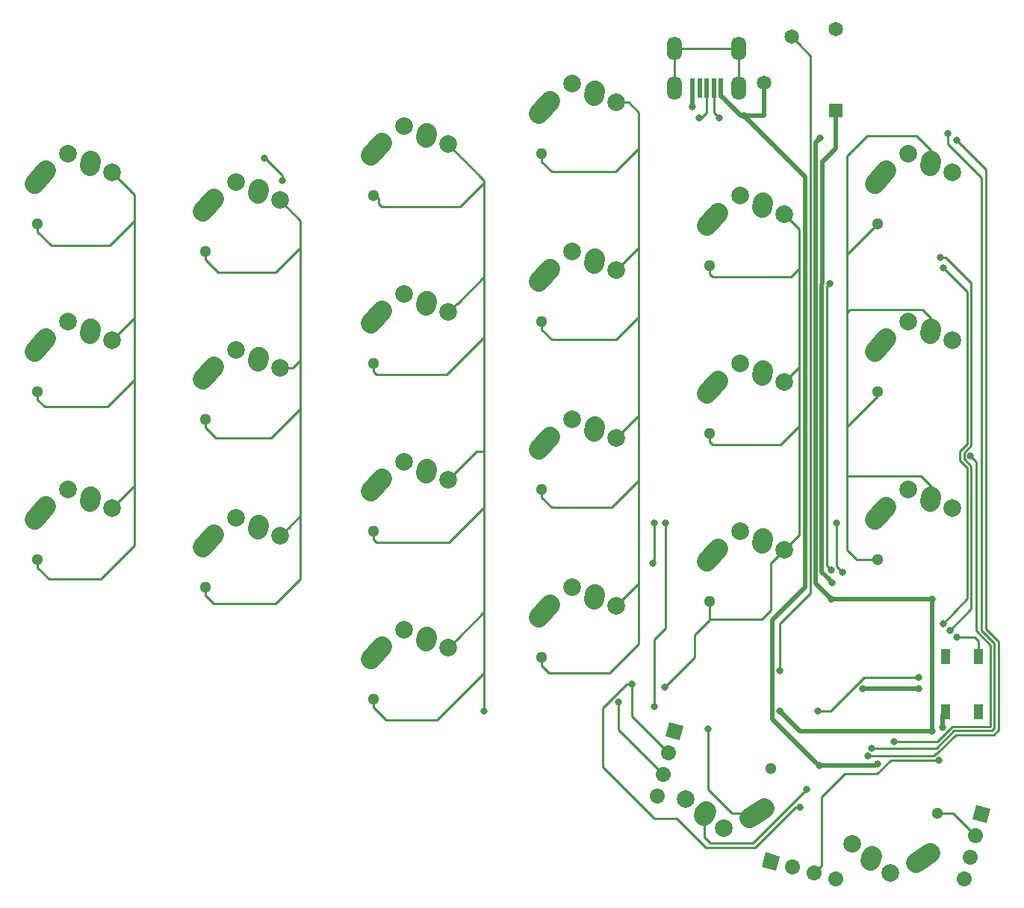
<source format=gtl>
G04 #@! TF.GenerationSoftware,KiCad,Pcbnew,(5.1.4)-1*
G04 #@! TF.CreationDate,2022-01-24T16:56:49-05:00*
G04 #@! TF.ProjectId,a44key-pcb-left-hand,6134346b-6579-42d7-9063-622d6c656674,rev?*
G04 #@! TF.SameCoordinates,Original*
G04 #@! TF.FileFunction,Copper,L1,Top*
G04 #@! TF.FilePolarity,Positive*
%FSLAX46Y46*%
G04 Gerber Fmt 4.6, Leading zero omitted, Abs format (unit mm)*
G04 Created by KiCad (PCBNEW (5.1.4)-1) date 2022-01-24 16:56:49*
%MOMM*%
%LPD*%
G04 APERTURE LIST*
%ADD10R,1.100000X1.800000*%
%ADD11C,1.300000*%
%ADD12C,2.250000*%
%ADD13C,2.250000*%
%ADD14C,2.000000*%
%ADD15C,1.700000*%
%ADD16C,0.100000*%
%ADD17C,1.700000*%
%ADD18R,0.500000X2.250000*%
%ADD19O,1.700000X2.700000*%
%ADD20C,1.650000*%
%ADD21R,1.650000X1.650000*%
%ADD22C,0.800000*%
%ADD23C,0.500000*%
%ADD24C,0.254000*%
G04 APERTURE END LIST*
D10*
X185928000Y-121718000D03*
X189628000Y-115518000D03*
X189628000Y-121718000D03*
X185928000Y-115518000D03*
D11*
X178244500Y-66357500D03*
D12*
X178523500Y-61050500D03*
D13*
X177868505Y-61780504D02*
X179178495Y-60320496D01*
D12*
X184198500Y-59475500D03*
D13*
X184178729Y-59765516D02*
X184218271Y-59185484D01*
D14*
X186673500Y-60525501D03*
X181673500Y-58425500D03*
D11*
X178244500Y-85407500D03*
D12*
X178523500Y-80100500D03*
D13*
X177868505Y-80830504D02*
X179178495Y-79370496D01*
D12*
X184198500Y-78525500D03*
D13*
X184178729Y-78815516D02*
X184218271Y-78235484D01*
D14*
X186673500Y-79575501D03*
X181673500Y-77475500D03*
D11*
X159194500Y-90170000D03*
D12*
X159473500Y-84863000D03*
D13*
X158818505Y-85593004D02*
X160128495Y-84132996D01*
D12*
X165148500Y-83288000D03*
D13*
X165128729Y-83578016D02*
X165168271Y-82997984D01*
D14*
X167623500Y-84338001D03*
X162623500Y-82238000D03*
D11*
X82994500Y-104457500D03*
D12*
X83273500Y-99150500D03*
D13*
X82618505Y-99880504D02*
X83928495Y-98420496D01*
D12*
X88948500Y-97575500D03*
D13*
X88928729Y-97865516D02*
X88968271Y-97285484D01*
D14*
X91423500Y-98625501D03*
X86423500Y-96525500D03*
D11*
X82994500Y-85407500D03*
D12*
X83273500Y-80100500D03*
D13*
X82618505Y-80830504D02*
X83928495Y-79370496D01*
D12*
X88948500Y-78525500D03*
D13*
X88928729Y-78815516D02*
X88968271Y-78235484D01*
D14*
X91423500Y-79575501D03*
X86423500Y-77475500D03*
X160778968Y-134954340D03*
X156492859Y-131631800D03*
D12*
X158611765Y-133286600D03*
D13*
X158705924Y-133011583D02*
X158517606Y-133561617D01*
D12*
X164501034Y-133234065D03*
D13*
X165322650Y-132698460D02*
X163679418Y-133769670D01*
D11*
X166144080Y-128180107D03*
D15*
X189992000Y-133350000D03*
D16*
G36*
X191033033Y-132748959D02*
G01*
X190593041Y-134391033D01*
X188950967Y-133951041D01*
X189390959Y-132308967D01*
X191033033Y-132748959D01*
X191033033Y-132748959D01*
G37*
D15*
X189334600Y-135803452D03*
D17*
X189334600Y-135803452D02*
X189334600Y-135803452D01*
D15*
X188677199Y-138256903D03*
D17*
X188677199Y-138256903D02*
X188677199Y-138256903D01*
D15*
X188019799Y-140710355D03*
D17*
X188019799Y-140710355D02*
X188019799Y-140710355D01*
D15*
X155194000Y-123952000D03*
D16*
G36*
X156235033Y-123350959D02*
G01*
X155795041Y-124993033D01*
X154152967Y-124553041D01*
X154592959Y-122910967D01*
X156235033Y-123350959D01*
X156235033Y-123350959D01*
G37*
D15*
X154536600Y-126405452D03*
D17*
X154536600Y-126405452D02*
X154536600Y-126405452D01*
D15*
X153879199Y-128858903D03*
D17*
X153879199Y-128858903D02*
X153879199Y-128858903D01*
D15*
X153221799Y-131312355D03*
D17*
X153221799Y-131312355D02*
X153221799Y-131312355D01*
D15*
X166121645Y-138743799D03*
D16*
G36*
X165520604Y-137702766D02*
G01*
X167162678Y-138142758D01*
X166722686Y-139784832D01*
X165080612Y-139344840D01*
X165520604Y-137702766D01*
X165520604Y-137702766D01*
G37*
D15*
X168575097Y-139401199D03*
D17*
X168575097Y-139401199D02*
X168575097Y-139401199D01*
D15*
X171028548Y-140058600D03*
D17*
X171028548Y-140058600D02*
X171028548Y-140058600D01*
D15*
X173482000Y-140716000D03*
D17*
X173482000Y-140716000D02*
X173482000Y-140716000D01*
D18*
X157244000Y-50982000D03*
X158044000Y-50982000D03*
X158844000Y-50982000D03*
X159644000Y-50982000D03*
X160444000Y-50982000D03*
D19*
X162494000Y-50982000D03*
X155194000Y-50982000D03*
X155194000Y-46482000D03*
X162494000Y-46482000D03*
D11*
X178241479Y-104491723D03*
D12*
X178520479Y-99184723D03*
D13*
X177865484Y-99914727D02*
X179175474Y-98454719D01*
D12*
X184195479Y-97609723D03*
D13*
X184175708Y-97899739D02*
X184215250Y-97319707D01*
D14*
X186670479Y-98659724D03*
X181670479Y-96559723D03*
D20*
X173482000Y-44242000D03*
X165382000Y-50342000D03*
X168482000Y-45142000D03*
D21*
X173482000Y-53542000D03*
D11*
X140144500Y-58420000D03*
D12*
X140423500Y-53113000D03*
D13*
X139768505Y-53843004D02*
X141078495Y-52382996D01*
D12*
X146098500Y-51538000D03*
D13*
X146078729Y-51828016D02*
X146118271Y-51247984D01*
D14*
X148573500Y-52588001D03*
X143573500Y-50488000D03*
X179613760Y-140034004D03*
X175327651Y-136711464D03*
D12*
X177446557Y-138366264D03*
D13*
X177540716Y-138091247D02*
X177352398Y-138641281D01*
D12*
X183335826Y-138313729D03*
D13*
X184157442Y-137778124D02*
X182514210Y-138849334D01*
D11*
X184978872Y-133259771D03*
X82994500Y-66357500D03*
D12*
X83273500Y-61050500D03*
D13*
X82618505Y-61780504D02*
X83928495Y-60320496D01*
D12*
X88948500Y-59475500D03*
D13*
X88928729Y-59765516D02*
X88968271Y-59185484D01*
D14*
X91423500Y-60525501D03*
X86423500Y-58425500D03*
D11*
X102044500Y-107632500D03*
D12*
X102323500Y-102325500D03*
D13*
X101668505Y-103055504D02*
X102978495Y-101595496D01*
D12*
X107998500Y-100750500D03*
D13*
X107978729Y-101040516D02*
X108018271Y-100460484D01*
D14*
X110473500Y-101800501D03*
X105473500Y-99700500D03*
D11*
X102044500Y-88582500D03*
D12*
X102323500Y-83275500D03*
D13*
X101668505Y-84005504D02*
X102978495Y-82545496D01*
D12*
X107998500Y-81700500D03*
D13*
X107978729Y-81990516D02*
X108018271Y-81410484D01*
D14*
X110473500Y-82750501D03*
X105473500Y-80650500D03*
D11*
X102044500Y-69532500D03*
D12*
X102323500Y-64225500D03*
D13*
X101668505Y-64955504D02*
X102978495Y-63495496D01*
D12*
X107998500Y-62650500D03*
D13*
X107978729Y-62940516D02*
X108018271Y-62360484D01*
D14*
X110473500Y-63700501D03*
X105473500Y-61600500D03*
D11*
X121094500Y-120332500D03*
D12*
X121373500Y-115025500D03*
D13*
X120718505Y-115755504D02*
X122028495Y-114295496D01*
D12*
X127048500Y-113450500D03*
D13*
X127028729Y-113740516D02*
X127068271Y-113160484D01*
D14*
X129523500Y-114500501D03*
X124523500Y-112400500D03*
D11*
X121094500Y-101282500D03*
D12*
X121373500Y-95975500D03*
D13*
X120718505Y-96705504D02*
X122028495Y-95245496D01*
D12*
X127048500Y-94400500D03*
D13*
X127028729Y-94690516D02*
X127068271Y-94110484D01*
D14*
X129523500Y-95450501D03*
X124523500Y-93350500D03*
D11*
X121094500Y-82232500D03*
D12*
X121373500Y-76925500D03*
D13*
X120718505Y-77655504D02*
X122028495Y-76195496D01*
D12*
X127048500Y-75350500D03*
D13*
X127028729Y-75640516D02*
X127068271Y-75060484D01*
D14*
X129523500Y-76400501D03*
X124523500Y-74300500D03*
D11*
X121094500Y-63182500D03*
D12*
X121373500Y-57875500D03*
D13*
X120718505Y-58605504D02*
X122028495Y-57145496D01*
D12*
X127048500Y-56300500D03*
D13*
X127028729Y-56590516D02*
X127068271Y-56010484D01*
D14*
X129523500Y-57350501D03*
X124523500Y-55250500D03*
D11*
X140144500Y-115570000D03*
D12*
X140423500Y-110263000D03*
D13*
X139768505Y-110993004D02*
X141078495Y-109532996D01*
D12*
X146098500Y-108688000D03*
D13*
X146078729Y-108978016D02*
X146118271Y-108397984D01*
D14*
X148573500Y-109738001D03*
X143573500Y-107638000D03*
D11*
X140144500Y-96520000D03*
D12*
X140423500Y-91213000D03*
D13*
X139768505Y-91943004D02*
X141078495Y-90482996D01*
D12*
X146098500Y-89638000D03*
D13*
X146078729Y-89928016D02*
X146118271Y-89347984D01*
D14*
X148573500Y-90688001D03*
X143573500Y-88588000D03*
D11*
X140144500Y-77470000D03*
D12*
X140423500Y-72163000D03*
D13*
X139768505Y-72893004D02*
X141078495Y-71432996D01*
D12*
X146098500Y-70588000D03*
D13*
X146078729Y-70878016D02*
X146118271Y-70297984D01*
D14*
X148573500Y-71638001D03*
X143573500Y-69538000D03*
D11*
X159194500Y-109220000D03*
D12*
X159473500Y-103913000D03*
D13*
X158818505Y-104643004D02*
X160128495Y-103182996D01*
D12*
X165148500Y-102338000D03*
D13*
X165128729Y-102628016D02*
X165168271Y-102047984D01*
D14*
X167623500Y-103388001D03*
X162623500Y-101288000D03*
D11*
X159194500Y-71120000D03*
D12*
X159473500Y-65813000D03*
D13*
X158818505Y-66543004D02*
X160128495Y-65082996D01*
D12*
X165148500Y-64238000D03*
D13*
X165128729Y-64528016D02*
X165168271Y-63947984D01*
D14*
X167623500Y-65288001D03*
X162623500Y-63188000D03*
D22*
X182880000Y-119126000D03*
X176530000Y-119126000D03*
X157244000Y-53068000D03*
X173067041Y-107094959D03*
X185540933Y-123564933D03*
X172808000Y-73152000D03*
X172967926Y-105670074D03*
X180086000Y-125142302D03*
X180086000Y-125142302D03*
X188722000Y-92710000D03*
X174244000Y-105918000D03*
X173535000Y-100330012D03*
X152908000Y-100330000D03*
X152688990Y-104902000D03*
X154178000Y-100330000D03*
X152908000Y-121158000D03*
X184404000Y-123952000D03*
X167132000Y-121666000D03*
X171704000Y-56642000D03*
X172974000Y-108966000D03*
X184403996Y-108966000D03*
X185166000Y-127254006D03*
X154124494Y-118925506D03*
X159005001Y-123696999D03*
X133604000Y-121666000D03*
X185674000Y-71373992D03*
X185674000Y-111760000D03*
X110744000Y-61468000D03*
X108712000Y-58928000D03*
X185357769Y-70171305D03*
X186436000Y-112522000D03*
X160274000Y-54356002D03*
X177546503Y-125869302D03*
X186182006Y-56134000D03*
X157988000Y-54356000D03*
X177099575Y-126763885D03*
X187198000Y-56896000D03*
X171450000Y-121666000D03*
X182880000Y-117856000D03*
X187198000Y-113284000D03*
X167138067Y-117087932D03*
X167138067Y-117087932D03*
X163068012Y-54102000D03*
X171576996Y-127889004D03*
X178181004Y-127673990D03*
X169418000Y-132588000D03*
X150367998Y-118618000D03*
X148844000Y-120650000D03*
X170180000Y-130556000D03*
D23*
X182880000Y-119126000D02*
X176530000Y-119126000D01*
X157244000Y-50982000D02*
X157244000Y-53068000D01*
X172667042Y-106694960D02*
X173067041Y-107094959D01*
X173482000Y-57861030D02*
X171958000Y-59385030D01*
X171958000Y-59385030D02*
X171958000Y-73185984D01*
X171888989Y-73254995D02*
X171888989Y-105916907D01*
X171888989Y-105916907D02*
X172667042Y-106694960D01*
X171958000Y-73185984D02*
X171888989Y-73254995D01*
X173482000Y-53542000D02*
X173482000Y-57861030D01*
X185540933Y-122105067D02*
X185928000Y-121718000D01*
X185540933Y-123564933D02*
X185540933Y-122105067D01*
D24*
X172466000Y-105168148D02*
X172967926Y-105670074D01*
X172808000Y-73152000D02*
X172466000Y-73494000D01*
X172466000Y-73494000D02*
X172466000Y-105168148D01*
X189121999Y-93109999D02*
X188722000Y-92710000D01*
X189375999Y-93363999D02*
X189121999Y-93109999D01*
X189375999Y-112376001D02*
X189375999Y-93363999D01*
X189375999Y-112522000D02*
X189375999Y-112376001D01*
X184991698Y-125142302D02*
X180086000Y-125142302D01*
X186690000Y-123444000D02*
X184991698Y-125142302D01*
X191008000Y-123444000D02*
X186690000Y-123444000D01*
X191008000Y-114180067D02*
X191008000Y-123444000D01*
X189375999Y-112376001D02*
X189375999Y-112548066D01*
X189375999Y-112548066D02*
X191008000Y-114180067D01*
X174244000Y-105918000D02*
X173535000Y-105209000D01*
X173535000Y-105209000D02*
X173535000Y-100895697D01*
X173535000Y-100895697D02*
X173535000Y-100330012D01*
X152908000Y-104682990D02*
X152688990Y-104902000D01*
X152908000Y-100330000D02*
X152908000Y-104682990D01*
X152908000Y-120592315D02*
X152908000Y-121158000D01*
X154178000Y-100330000D02*
X154178000Y-112268000D01*
X154178000Y-112268000D02*
X152908000Y-113538000D01*
X152908000Y-113538000D02*
X152908000Y-120592315D01*
D23*
X171188979Y-107180979D02*
X172574001Y-108566001D01*
X171704000Y-56642000D02*
X171207020Y-57138980D01*
X172574001Y-108566001D02*
X172974000Y-108966000D01*
X171188979Y-72965042D02*
X171188979Y-107180979D01*
X171207020Y-72947000D02*
X171188979Y-72965042D01*
X171207020Y-57138980D02*
X171207020Y-72947000D01*
X184404000Y-123952000D02*
X169418000Y-123952000D01*
X169418000Y-123952000D02*
X167132000Y-121666000D01*
X184404000Y-123952000D02*
X184404000Y-108966004D01*
X172974000Y-108966000D02*
X184403996Y-108966000D01*
X184404000Y-108966004D02*
X184403996Y-108966000D01*
D24*
X177594501Y-67007499D02*
X178244500Y-66357500D01*
X174752000Y-69850000D02*
X177594501Y-67007499D01*
X178244500Y-85407500D02*
X178244500Y-85915500D01*
X178244500Y-85915500D02*
X175031031Y-89128969D01*
X178241479Y-104491723D02*
X175865723Y-104491723D01*
X175865723Y-104491723D02*
X174752000Y-103378000D01*
X175031031Y-89128969D02*
X174752000Y-89408000D01*
X174752000Y-89408000D02*
X174752000Y-88646000D01*
X183092317Y-94996000D02*
X174752000Y-94996000D01*
X184195479Y-96099162D02*
X183092317Y-94996000D01*
X184195479Y-97609723D02*
X184195479Y-96099162D01*
X174752000Y-103378000D02*
X174752000Y-94996000D01*
X174752000Y-94996000D02*
X174752000Y-89408000D01*
X175057501Y-76148499D02*
X174752000Y-76454000D01*
X183332060Y-76148499D02*
X175057501Y-76148499D01*
X184198500Y-77014939D02*
X183332060Y-76148499D01*
X184198500Y-78525500D02*
X184198500Y-77014939D01*
X174752000Y-88900000D02*
X174752000Y-76454000D01*
X174752000Y-70104000D02*
X174752000Y-69850000D01*
X174752000Y-76454000D02*
X174752000Y-70104000D01*
X184198500Y-57964939D02*
X184198500Y-59475500D01*
X182621561Y-56388000D02*
X184198500Y-57964939D01*
X177038000Y-56388000D02*
X182621561Y-56388000D01*
X174752000Y-70104000D02*
X174752000Y-58674000D01*
X174752000Y-58674000D02*
X177038000Y-56388000D01*
X179713061Y-127217895D02*
X180049895Y-127217895D01*
X171028548Y-140058600D02*
X171878547Y-139208601D01*
X171878547Y-139208601D02*
X171878547Y-131397453D01*
X178152956Y-128778000D02*
X179713061Y-127217895D01*
X179837251Y-127217895D02*
X180049895Y-127217895D01*
X171878547Y-131397453D02*
X174498000Y-128778000D01*
X174498000Y-128778000D02*
X178152956Y-128778000D01*
X184600315Y-127254006D02*
X185166000Y-127254006D01*
X180086006Y-127254006D02*
X184600315Y-127254006D01*
X180049895Y-127217895D02*
X180086006Y-127254006D01*
X168623499Y-102388002D02*
X167623500Y-103388001D01*
X169313010Y-101698491D02*
X168623499Y-102388002D01*
X167623500Y-65288001D02*
X169313010Y-66977511D01*
X168629998Y-83338002D02*
X169313010Y-82654990D01*
X168623499Y-83338002D02*
X168629998Y-83338002D01*
X167623500Y-84338001D02*
X168623499Y-83338002D01*
X167196010Y-91420010D02*
X169313010Y-89303010D01*
X159525272Y-91420010D02*
X167196010Y-91420010D01*
X159194500Y-91089238D02*
X159525272Y-91420010D01*
X159194500Y-90170000D02*
X159194500Y-91089238D01*
X169313010Y-82654990D02*
X169313010Y-89303010D01*
X169313010Y-89303010D02*
X169313010Y-101698491D01*
X168421990Y-72370010D02*
X169313010Y-71478990D01*
X159525272Y-72370010D02*
X168421990Y-72370010D01*
X159194500Y-72039238D02*
X159525272Y-72370010D01*
X159194500Y-71120000D02*
X159194500Y-72039238D01*
X169313010Y-66977511D02*
X169313010Y-71478990D01*
X169313010Y-71478990D02*
X169313010Y-82654990D01*
X166623501Y-104388000D02*
X167623500Y-103388001D01*
X166116000Y-104895501D02*
X166623501Y-104388000D01*
X166116000Y-110236000D02*
X166116000Y-104895501D01*
X165100000Y-111252000D02*
X166116000Y-110236000D01*
X159194500Y-109220000D02*
X159194500Y-111252000D01*
X159194500Y-111252000D02*
X165100000Y-111252000D01*
X159194500Y-111315500D02*
X159194500Y-109220000D01*
X157480000Y-113030000D02*
X159194500Y-111315500D01*
X154124494Y-118925506D02*
X157480000Y-115570000D01*
X157480000Y-115570000D02*
X157480000Y-113030000D01*
X161682065Y-133234065D02*
X164501034Y-133234065D01*
X159005001Y-123696999D02*
X159005001Y-130557001D01*
X159005001Y-130557001D02*
X161682065Y-133234065D01*
X151130000Y-95967980D02*
X151130000Y-96012000D01*
X151130000Y-95504000D02*
X151130000Y-96012000D01*
X151130000Y-114046000D02*
X151130000Y-107546990D01*
X147828000Y-117348000D02*
X151130000Y-114046000D01*
X140970000Y-117348000D02*
X147828000Y-117348000D01*
X140144500Y-115570000D02*
X140144500Y-116522500D01*
X140144500Y-116522500D02*
X140970000Y-117348000D01*
X150520260Y-107797740D02*
X151130000Y-107188000D01*
X150513761Y-107797740D02*
X150520260Y-107797740D01*
X148573500Y-109738001D02*
X150513761Y-107797740D01*
X151130000Y-96012000D02*
X151130000Y-107188000D01*
X151130000Y-107188000D02*
X151130000Y-107442000D01*
X151130000Y-94234000D02*
X151130000Y-95504000D01*
X151130000Y-89258990D02*
X151130000Y-94234000D01*
X151130000Y-76857010D02*
X151130000Y-89258990D01*
X151130000Y-69192990D02*
X151130000Y-76857010D01*
X151025010Y-69192990D02*
X151130000Y-69192990D01*
X148573500Y-71638001D02*
X148579999Y-71638001D01*
X148579999Y-71638001D02*
X151025010Y-69192990D01*
X151130000Y-87122000D02*
X151130000Y-89258990D01*
X148573500Y-90688001D02*
X151130000Y-88131501D01*
X151130000Y-88131501D02*
X151130000Y-87122000D01*
X150263010Y-96370990D02*
X151130000Y-95504000D01*
X148082000Y-98552000D02*
X150263010Y-96370990D01*
X141257262Y-98552000D02*
X148082000Y-98552000D01*
X140144500Y-96520000D02*
X140144500Y-97439238D01*
X140144500Y-97439238D02*
X141257262Y-98552000D01*
X151130000Y-76962000D02*
X151130000Y-76857010D01*
X148590000Y-79502000D02*
X151130000Y-76962000D01*
X141257262Y-79502000D02*
X148590000Y-79502000D01*
X140144500Y-77470000D02*
X140144500Y-78389238D01*
X140144500Y-78389238D02*
X141257262Y-79502000D01*
X151130000Y-53730288D02*
X151130000Y-57807010D01*
X148573500Y-52588001D02*
X149987713Y-52588001D01*
X149987713Y-52588001D02*
X151130000Y-53730288D01*
X151130000Y-57807010D02*
X151130000Y-69192990D01*
X148485010Y-60452000D02*
X151130000Y-57807010D01*
X141257262Y-60452000D02*
X148485010Y-60452000D01*
X140144500Y-58420000D02*
X140144500Y-59339238D01*
X140144500Y-59339238D02*
X141257262Y-60452000D01*
X130523499Y-113500502D02*
X129523500Y-114500501D01*
X133604000Y-110420001D02*
X130523499Y-113500502D01*
X129523500Y-57350501D02*
X133604000Y-61431001D01*
X130593498Y-75400502D02*
X133604000Y-72390000D01*
X130523499Y-75400502D02*
X130593498Y-75400502D01*
X129523500Y-76400501D02*
X130523499Y-75400502D01*
X132772001Y-92202000D02*
X133604000Y-92202000D01*
X129523500Y-95450501D02*
X132772001Y-92202000D01*
X129623490Y-102532510D02*
X133604000Y-98552000D01*
X121425272Y-102532510D02*
X129623490Y-102532510D01*
X121094500Y-102201738D02*
X121425272Y-102532510D01*
X121094500Y-101282500D02*
X121094500Y-102201738D01*
X133604000Y-92202000D02*
X133604000Y-98552000D01*
X133604000Y-108712000D02*
X133604000Y-110420001D01*
X133604000Y-98552000D02*
X133604000Y-108712000D01*
X121969495Y-64432510D02*
X130893490Y-64432510D01*
X121631490Y-64094505D02*
X121969495Y-64432510D01*
X130893490Y-64432510D02*
X133604000Y-61722000D01*
X121631490Y-63465490D02*
X121631490Y-64094505D01*
X121348500Y-63182500D02*
X121631490Y-63465490D01*
X133604000Y-61722000D02*
X133604000Y-72390000D01*
X121094500Y-63182500D02*
X121348500Y-63182500D01*
X133604000Y-61431001D02*
X133604000Y-61722000D01*
X129369490Y-83482510D02*
X133604000Y-79248000D01*
X121425272Y-83482510D02*
X129369490Y-83482510D01*
X121094500Y-83151738D02*
X121425272Y-83482510D01*
X121094500Y-82232500D02*
X121094500Y-83151738D01*
X133604000Y-72390000D02*
X133604000Y-79248000D01*
X133604000Y-79248000D02*
X133604000Y-92202000D01*
X128237878Y-122682000D02*
X133604000Y-117315878D01*
X122524762Y-122682000D02*
X128237878Y-122682000D01*
X121094500Y-120332500D02*
X121094500Y-121251738D01*
X121094500Y-121251738D02*
X122524762Y-122682000D01*
X133604000Y-121666000D02*
X133604000Y-116840000D01*
X133604000Y-117315878D02*
X133604000Y-116840000D01*
X133604000Y-116840000D02*
X133604000Y-108712000D01*
X111473499Y-100800502D02*
X110473500Y-101800501D01*
X112776000Y-99498001D02*
X111473499Y-100800502D01*
X110473500Y-63700501D02*
X112776000Y-66003001D01*
X112776000Y-81862214D02*
X112776000Y-81534000D01*
X111887713Y-82750501D02*
X112776000Y-81862214D01*
X110473500Y-82750501D02*
X111887713Y-82750501D01*
X112776000Y-81534000D02*
X112776000Y-86360000D01*
X112776000Y-99060000D02*
X112776000Y-99498001D01*
X112776000Y-86360000D02*
X112776000Y-99060000D01*
X112776000Y-66003001D02*
X112776000Y-69088000D01*
X112776000Y-69088000D02*
X112776000Y-81534000D01*
X109982000Y-71882000D02*
X112776000Y-69088000D01*
X103474762Y-71882000D02*
X109982000Y-71882000D01*
X102044500Y-69532500D02*
X102044500Y-70451738D01*
X102044500Y-70451738D02*
X103474762Y-71882000D01*
X112776000Y-87376000D02*
X112776000Y-86360000D01*
X109474000Y-90678000D02*
X112776000Y-87376000D01*
X103220762Y-90678000D02*
X109474000Y-90678000D01*
X102044500Y-88582500D02*
X102044500Y-89501738D01*
X102044500Y-89501738D02*
X103220762Y-90678000D01*
X112776000Y-106680000D02*
X112776000Y-99060000D01*
X109982000Y-109474000D02*
X112776000Y-106680000D01*
X102966762Y-109474000D02*
X109982000Y-109474000D01*
X102044500Y-107632500D02*
X102044500Y-108551738D01*
X102044500Y-108551738D02*
X102966762Y-109474000D01*
X186073999Y-71773991D02*
X185674000Y-71373992D01*
X188363009Y-74063001D02*
X186073999Y-71773991D01*
X188363009Y-108861009D02*
X188363009Y-94069039D01*
X185674000Y-111760000D02*
X188363009Y-108861009D01*
X188363009Y-94069039D02*
X187540988Y-93247018D01*
X187540988Y-93247018D02*
X187540989Y-92172981D01*
X187540989Y-92172981D02*
X188363009Y-91350961D01*
X188363009Y-91350961D02*
X188363009Y-74063001D01*
X93980000Y-63082001D02*
X93980000Y-66144990D01*
X91423500Y-60525501D02*
X93980000Y-63082001D01*
X93875010Y-66144990D02*
X93980000Y-66144990D01*
X91186000Y-68834000D02*
X93875010Y-66144990D01*
X84551762Y-68834000D02*
X91186000Y-68834000D01*
X82994500Y-66357500D02*
X82994500Y-67276738D01*
X82994500Y-67276738D02*
X84551762Y-68834000D01*
X93980000Y-77019001D02*
X93980000Y-75946000D01*
X91423500Y-79575501D02*
X93980000Y-77019001D01*
X93980000Y-66144990D02*
X93980000Y-84582000D01*
X93980000Y-84074000D02*
X93980000Y-96669010D01*
X90932000Y-87122000D02*
X93980000Y-84074000D01*
X83789762Y-87122000D02*
X90932000Y-87122000D01*
X82994500Y-85407500D02*
X82994500Y-86326738D01*
X82994500Y-86326738D02*
X83789762Y-87122000D01*
X93980000Y-96069001D02*
X91423500Y-98625501D01*
X93980000Y-96669010D02*
X93980000Y-96069001D01*
X93980000Y-102870000D02*
X93980000Y-96669010D01*
X90170000Y-106680000D02*
X93980000Y-102870000D01*
X84297762Y-106680000D02*
X90170000Y-106680000D01*
X82994500Y-104457500D02*
X82994500Y-105376738D01*
X82994500Y-105376738D02*
X84297762Y-106680000D01*
X110744000Y-60902315D02*
X108769685Y-58928000D01*
X110744000Y-61468000D02*
X110744000Y-60902315D01*
X108769685Y-58928000D02*
X108712000Y-58928000D01*
X185923454Y-70171305D02*
X185357769Y-70171305D01*
X188817020Y-73064871D02*
X185923454Y-70171305D01*
X188817020Y-110077020D02*
X188817020Y-93880982D01*
X186436000Y-112522000D02*
X188817020Y-110077020D01*
X188817020Y-93880982D02*
X187994999Y-93058961D01*
X187994999Y-93058961D02*
X187994999Y-92361039D01*
X187994999Y-92361039D02*
X188817020Y-91539018D01*
X188817020Y-91539018D02*
X188817020Y-73064871D01*
X159644000Y-50982000D02*
X159644000Y-53726002D01*
X159644000Y-53726002D02*
X159874001Y-53956003D01*
X159874001Y-53956003D02*
X160274000Y-54356002D01*
X186182006Y-56699685D02*
X186182006Y-56134000D01*
X186182006Y-57284074D02*
X186182006Y-56699685D01*
X189992000Y-61094068D02*
X186182006Y-57284074D01*
X189992000Y-112522000D02*
X189992000Y-61094068D01*
X184906764Y-125869302D02*
X186878056Y-123898010D01*
X177546503Y-125869302D02*
X184906764Y-125869302D01*
X186878056Y-123898010D02*
X191196057Y-123898010D01*
X191196057Y-123898010D02*
X191462010Y-123632057D01*
X191462010Y-123632057D02*
X191462010Y-113992010D01*
X191462010Y-113992010D02*
X189992000Y-112522000D01*
X158844000Y-53754000D02*
X158844000Y-50982000D01*
X157988000Y-54356000D02*
X158242000Y-54356000D01*
X158242000Y-54356000D02*
X158844000Y-53754000D01*
X184891133Y-126526999D02*
X187066112Y-124352020D01*
X177099575Y-126763885D02*
X184580153Y-126763885D01*
X184580153Y-126763885D02*
X184817039Y-126526999D01*
X190500000Y-112387933D02*
X190500000Y-60198000D01*
X191916020Y-123820114D02*
X191916020Y-113803953D01*
X187066112Y-124352020D02*
X191384114Y-124352020D01*
X191384114Y-124352020D02*
X191916020Y-123820114D01*
X190500000Y-60198000D02*
X187597999Y-57295999D01*
X191916020Y-113803953D02*
X190500000Y-112387933D01*
X187597999Y-57295999D02*
X187198000Y-56896000D01*
X184817039Y-126526999D02*
X184891133Y-126526999D01*
X176724038Y-117856000D02*
X182880000Y-117856000D01*
X171450000Y-121666000D02*
X172914038Y-121666000D01*
X172914038Y-121666000D02*
X176724038Y-117856000D01*
X189628000Y-113682000D02*
X189628000Y-115518000D01*
X187198000Y-113284000D02*
X189230000Y-113284000D01*
X189230000Y-113284000D02*
X189628000Y-113682000D01*
X167138067Y-111753933D02*
X170611969Y-108280031D01*
X167138067Y-117087932D02*
X167138067Y-111753933D01*
X169306999Y-45966999D02*
X168482000Y-45142000D01*
X170611969Y-108280031D02*
X170611969Y-72726038D01*
X170611969Y-72726038D02*
X170630010Y-72707997D01*
X170630010Y-72707997D02*
X170630010Y-47290010D01*
X170630010Y-47290010D02*
X169306999Y-45966999D01*
D23*
X160444000Y-50982000D02*
X160444000Y-51857000D01*
X160444000Y-51857000D02*
X162689000Y-54102000D01*
X162689000Y-54102000D02*
X163068012Y-54102000D01*
X163068012Y-54102000D02*
X165354000Y-54102000D01*
X165382000Y-54074000D02*
X165382000Y-50342000D01*
X165354000Y-54102000D02*
X165382000Y-54074000D01*
X166281999Y-122594007D02*
X171176997Y-127489005D01*
X170034959Y-107587041D02*
X166281999Y-111340001D01*
X163068012Y-54102000D02*
X170034959Y-61068947D01*
X171176997Y-127489005D02*
X171576996Y-127889004D01*
X166281999Y-111340001D02*
X166281999Y-122594007D01*
X170034959Y-61068947D02*
X170034959Y-107587041D01*
X177965990Y-127889004D02*
X178181004Y-127673990D01*
X171576996Y-127889004D02*
X177965990Y-127889004D01*
D24*
X186790919Y-133259771D02*
X189334600Y-135803452D01*
X184978872Y-133259771D02*
X186790919Y-133259771D01*
X150367998Y-119183685D02*
X150367998Y-118618000D01*
X154536600Y-126405452D02*
X150367998Y-122236850D01*
X150367998Y-122236850D02*
X150367998Y-119183685D01*
X147066000Y-121354313D02*
X149802313Y-118618000D01*
X149802313Y-118618000D02*
X150367998Y-118618000D01*
X147066000Y-128016000D02*
X147066000Y-121354313D01*
X168910000Y-132588000D02*
X164338000Y-137160000D01*
X169418000Y-132588000D02*
X168910000Y-132588000D01*
X164338000Y-137160000D02*
X158750000Y-137160000D01*
X158750000Y-137160000D02*
X155448000Y-133858000D01*
X155448000Y-133858000D02*
X152908000Y-133858000D01*
X152908000Y-133858000D02*
X147066000Y-128016000D01*
X148844000Y-123823704D02*
X153879199Y-128858903D01*
X148844000Y-120650000D02*
X148844000Y-123823704D01*
X158611765Y-136005765D02*
X158611765Y-133286600D01*
X159258000Y-136652000D02*
X158611765Y-136005765D01*
X170180000Y-130556000D02*
X164084000Y-136652000D01*
X164084000Y-136652000D02*
X159258000Y-136652000D01*
X161390000Y-46482000D02*
X155194000Y-46482000D01*
X162494000Y-46482000D02*
X161390000Y-46482000D01*
X155194000Y-48086000D02*
X155194000Y-50982000D01*
X155194000Y-46482000D02*
X155194000Y-48086000D01*
X162494000Y-48086000D02*
X162494000Y-50982000D01*
X162494000Y-46482000D02*
X162494000Y-48086000D01*
M02*

</source>
